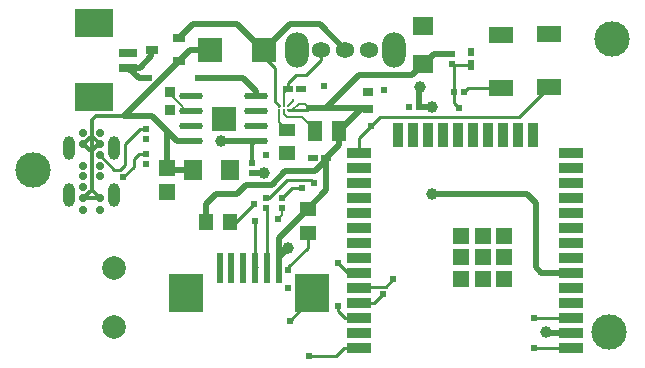
<source format=gtl>
G04 Layer: TopLayer*
G04 EasyEDA v6.5.38, 2023-12-02 23:03:57*
G04 3574156a907d4d7c87788ecda130693a,c7ad1a84f3dd4ba2a6b1e1313e4bac77,10*
G04 Gerber Generator version 0.2*
G04 Scale: 100 percent, Rotated: No, Reflected: No *
G04 Dimensions in millimeters *
G04 leading zeros omitted , absolute positions ,4 integer and 5 decimal *
%FSLAX45Y45*%
%MOMM*%

%AMMACRO1*21,1,$1,$2,0,0,$3*%
%ADD10C,0.5000*%
%ADD11C,0.2030*%
%ADD12C,0.2540*%
%ADD13C,0.4700*%
%ADD14C,0.5080*%
%ADD15C,0.3050*%
%ADD16C,0.3560*%
%ADD17R,2.1000X0.9500*%
%ADD18R,0.9500X2.1000*%
%ADD19R,1.3300X1.3300*%
%ADD20R,1.1600X1.4500*%
%ADD21R,1.4500X1.1600*%
%ADD22MACRO1,0.54X0.7901X-90.0000*%
%ADD23MACRO1,0.54X0.7901X90.0000*%
%ADD24MACRO1,0.54X0.7901X0.0000*%
%ADD25R,0.5400X0.7901*%
%ADD26MACRO1,1.728X1.485X0.0000*%
%ADD27R,1.7280X1.4850*%
%ADD28R,0.9000X0.8000*%
%ADD29MACRO1,1.728X1.485X-90.0000*%
%ADD30MACRO1,1.35X1.41X0.0000*%
%ADD31R,1.3500X1.4100*%
%ADD32R,1.6000X0.8000*%
%ADD33R,3.3000X2.4000*%
%ADD34R,2.0000X2.0000*%
%ADD35R,0.5000X2.5000*%
%ADD36R,3.0000X3.2000*%
%ADD37R,1.2000X1.8000*%
%ADD38R,1.0000X0.8000*%
%ADD39MACRO1,1.377X1.1325X0.0000*%
%ADD40R,1.3770X1.1325*%
%ADD41MACRO1,0.54X0.5656X-90.0000*%
%ADD42MACRO1,0.54X0.5656X0.0000*%
%ADD43R,0.5400X0.5657*%
%ADD44MACRO1,0.54X0.5656X90.0000*%
%ADD45MACRO1,0.864X0.8065X0.0000*%
%ADD46R,0.8640X0.8065*%
%ADD47R,2.0000X1.3500*%
%ADD48O,2.0379944X0.5739892*%
%ADD49MACRO1,2X2X0.0000*%
%ADD50C,0.1850*%
%ADD51C,2.0000*%
%ADD52O,1.599946X1.2999720000000001*%
%ADD53O,1.9999959999999999X2.999994*%
%ADD54C,0.7000*%
%ADD55O,0.9999979999999999X1.9999959999999999*%
%ADD56C,3.0000*%
%ADD57C,0.6096*%
%ADD58C,1.0000*%
%ADD59C,0.6100*%
%ADD60C,0.0136*%

%LPD*%
D10*
X1041400Y869797D02*
G01*
X1034897Y876300D01*
X546100Y876300D01*
D11*
X290195Y856297D02*
G01*
X290195Y758926D01*
X355600Y693521D01*
D12*
X177800Y32918D02*
G01*
X188086Y22631D01*
X188086Y-479196D01*
D10*
X798499Y685800D02*
G01*
X982497Y869797D01*
X1041400Y869797D01*
D13*
X1511300Y1250442D02*
G01*
X1416558Y1155700D01*
X965200Y1155700D01*
X685800Y876300D01*
X661149Y876300D01*
D14*
X-660400Y685800D02*
G01*
X-571500Y596900D01*
X-454710Y596900D01*
D12*
X787400Y-800100D02*
G01*
X787400Y-838200D01*
X849452Y-900252D01*
X966901Y-900252D01*
X954272Y-912881D01*
X954272Y-914145D01*
D11*
X330200Y856234D02*
G01*
X330200Y825500D01*
X355600Y800100D01*
X482600Y800100D01*
X598424Y685800D01*
D10*
X2552700Y-1016000D02*
G01*
X2563952Y-1027252D01*
X2766923Y-1027252D01*
D15*
X-1295400Y514520D02*
G01*
X-1237010Y572909D01*
X-1225397Y572909D01*
D12*
X370204Y856297D02*
G01*
X526097Y856297D01*
X546100Y876300D01*
X533400Y-177800D02*
G01*
X533400Y-304800D01*
X368300Y-469900D01*
X368300Y-495300D01*
D11*
X-635000Y1015237D02*
G01*
X-622300Y990600D01*
X-546100Y914400D01*
X-495300Y850900D01*
X-454660Y850900D01*
X370204Y896302D02*
G01*
X406400Y932497D01*
X406400Y952500D01*
D12*
X381000Y-927100D02*
G01*
X573100Y-734999D01*
X573100Y-689203D01*
X546100Y-1219200D02*
G01*
X774700Y-1219200D01*
X839647Y-1154252D01*
X966901Y-1154252D01*
X2451100Y-1155700D02*
G01*
X2452547Y-1154252D01*
X2766923Y-1154252D01*
X290195Y896302D02*
G01*
X254000Y932497D01*
X254000Y1219200D01*
X166497Y1306703D01*
X166497Y1371600D01*
D11*
X370204Y856297D02*
G01*
X399097Y856297D01*
X457200Y914400D01*
X508000Y914400D01*
X546100Y876300D01*
D10*
X1587500Y152400D02*
G01*
X2387600Y152400D01*
X2463800Y76200D01*
X2463800Y-469900D01*
X2513152Y-519252D01*
X2766923Y-519252D01*
X1478381Y889000D02*
G01*
X1587500Y889000D01*
D12*
X1066800Y723900D02*
G01*
X1143000Y800100D01*
X2324100Y800100D01*
X2578100Y1054100D01*
X2578100Y1057706D01*
X2451100Y-901700D02*
G01*
X2452547Y-900252D01*
X2766923Y-900252D01*
X1772818Y1016000D02*
G01*
X1772818Y919581D01*
X1816100Y876300D01*
X1066800Y723900D02*
G01*
X966901Y624001D01*
X966901Y496747D01*
D10*
X1485900Y1054100D02*
G01*
X1478381Y1046581D01*
X1478381Y889000D01*
X63500Y325018D02*
G01*
X68681Y330200D01*
X165100Y330200D01*
D12*
X1859381Y1016000D02*
G01*
X1888388Y1045006D01*
X2171700Y1045006D01*
X1752600Y1252118D02*
G01*
X1772818Y1231900D01*
X1772818Y1016000D01*
X1752600Y1252118D02*
G01*
X1763826Y1240891D01*
X1917700Y1240891D01*
D10*
X1511300Y1250442D02*
G01*
X1599539Y1338681D01*
X1752600Y1338681D01*
X-330200Y-88900D02*
G01*
X-330200Y63500D01*
X-241300Y152400D01*
X-63500Y152400D01*
X12700Y228600D01*
X228600Y228600D01*
X342900Y342900D01*
X596900Y342900D01*
X689508Y435508D01*
X689508Y457200D01*
D12*
X1257300Y-571500D02*
G01*
X1193800Y-635000D01*
X978154Y-635000D01*
X966901Y-646252D01*
X177800Y119481D02*
G01*
X208381Y119481D01*
X317500Y228600D01*
X355600Y266700D01*
X381000Y266700D01*
X558800Y266700D01*
X584200Y241300D01*
X76200Y63500D02*
G01*
X-76200Y-88900D01*
X-127000Y-88900D01*
D10*
X368300Y-304800D02*
G01*
X288081Y-385018D01*
X288081Y-479196D01*
D12*
X88087Y-479196D02*
G01*
X88900Y-478383D01*
X88900Y-76200D01*
X88087Y-479196D02*
G01*
X101600Y-465683D01*
X1168400Y-698500D02*
G01*
X1093647Y-773252D01*
X966901Y-773252D01*
X317500Y119481D02*
G01*
X401218Y203200D01*
X482600Y203200D01*
D10*
X689508Y457200D02*
G01*
X798499Y566191D01*
X798499Y685800D01*
X689508Y457200D02*
G01*
X689508Y181508D01*
X533400Y25400D01*
X533400Y25400D02*
G01*
X288086Y-219913D01*
X288086Y-479196D01*
D12*
X650900Y1371600D02*
G01*
X650900Y1285900D01*
X520700Y1155700D01*
X431800Y1155700D01*
X364591Y1088491D01*
X364591Y1041400D01*
D10*
X166497Y1371600D02*
G01*
X382397Y1587500D01*
X635660Y1587500D01*
X851560Y1371600D01*
D12*
X787400Y-431800D02*
G01*
X874852Y-519252D01*
X966901Y-519252D01*
D10*
X-558104Y1276609D02*
G01*
X-463113Y1371600D01*
X-293496Y1371600D01*
X-558104Y1466601D02*
G01*
X-437205Y1587500D01*
X-63500Y1587500D01*
X152400Y1371600D01*
X166497Y1371600D01*
D12*
X-838200Y703579D02*
G01*
X-883920Y703579D01*
X-1016000Y571500D01*
X-1016000Y393700D01*
X-1054100Y355600D01*
X-1103109Y355600D01*
X-1225397Y477888D01*
X-1028700Y292100D02*
G01*
X-939800Y381000D01*
X-939800Y444500D01*
X-896518Y487781D01*
X-838200Y487781D01*
D10*
X99110Y596900D02*
G01*
X-203200Y596900D01*
X-393700Y1130300D02*
G01*
X-12700Y1130300D01*
X99110Y1018489D01*
X99110Y977900D01*
X-985304Y1220185D02*
G01*
X-895418Y1130300D01*
X-812800Y1130300D01*
D15*
X-1257300Y812800D02*
G01*
X-1021842Y812800D01*
D14*
X-660405Y685794D02*
G01*
X-660405Y369694D01*
X-1021902Y812794D02*
G01*
X-787400Y812800D01*
X-660400Y685800D01*
X-787405Y812794D01*
X-1021902Y812794D02*
G01*
X-558111Y1276586D01*
X-660400Y369696D02*
G01*
X-646303Y355600D01*
X-438657Y355600D01*
D15*
X99110Y596900D02*
G01*
X63500Y561289D01*
X63500Y411581D01*
X-1365402Y112890D02*
G01*
X-1295400Y182892D01*
X-1225397Y112890D02*
G01*
X-1295400Y182892D01*
X-1295400Y642912D01*
X-1365402Y572909D02*
G01*
X-1295400Y502907D01*
X-1295400Y454380D01*
X-1365402Y572909D02*
G01*
X-1295400Y642912D01*
X-1225397Y572909D02*
G01*
X-1295400Y642912D01*
X-1295400Y774700D01*
X-1257300Y812800D01*
X-1244307Y812800D01*
D14*
X-985265Y1220215D02*
G01*
X-889000Y1219200D01*
X-788162Y1320037D01*
X-788162Y1371600D01*
D16*
X-1365402Y112890D02*
G01*
X-1225397Y112890D01*
D11*
X317500Y32918D02*
G01*
X317500Y-25400D01*
X279400Y-63500D01*
X364591Y1041400D02*
G01*
X330200Y1007008D01*
X330200Y896302D01*
D17*
G01*
X2766898Y-1154252D03*
G01*
X2766898Y-1027252D03*
G01*
X2766898Y-900252D03*
G01*
X2766898Y-773252D03*
G01*
X2766898Y-646252D03*
G01*
X2766898Y-519252D03*
G01*
X2766898Y-392252D03*
G01*
X2766898Y-265252D03*
G01*
X2766898Y-138252D03*
G01*
X2766898Y-11252D03*
G01*
X2766898Y115747D03*
G01*
X2766898Y242747D03*
G01*
X2766898Y369747D03*
G01*
X2766898Y496747D03*
D18*
G01*
X2438400Y646252D03*
G01*
X2311400Y646252D03*
G01*
X2184400Y646252D03*
G01*
X2057400Y646252D03*
G01*
X1930400Y646252D03*
G01*
X1803400Y646252D03*
G01*
X1676400Y646252D03*
G01*
X1549400Y646252D03*
G01*
X1422400Y646252D03*
G01*
X1295400Y646252D03*
D17*
G01*
X966901Y496747D03*
G01*
X966901Y369747D03*
G01*
X966901Y242747D03*
G01*
X966901Y115747D03*
G01*
X966901Y-11252D03*
G01*
X966901Y-138252D03*
G01*
X966901Y-265252D03*
G01*
X966901Y-392252D03*
G01*
X966901Y-519252D03*
G01*
X966901Y-646252D03*
G01*
X966901Y-773252D03*
G01*
X966901Y-900252D03*
G01*
X966901Y-1027252D03*
G01*
X966901Y-1154252D03*
D19*
G01*
X2016886Y-385851D03*
G01*
X2200376Y-385826D03*
G01*
X1833372Y-385826D03*
G01*
X1833372Y-569340D03*
G01*
X2016886Y-569340D03*
G01*
X2200376Y-569340D03*
G01*
X2200376Y-202336D03*
G01*
X2016886Y-202336D03*
G01*
X1833372Y-202336D03*
D20*
G01*
X-127000Y-88900D03*
G01*
X-330200Y-88900D03*
D21*
G01*
X533400Y-177800D03*
G01*
X533400Y25400D03*
D22*
G01*
X364594Y1041400D03*
G01*
X473605Y1041400D03*
D23*
G01*
X689505Y457200D03*
G01*
X580494Y457200D03*
D24*
G01*
X1917700Y1240894D03*
D25*
G01*
X1917700Y1349908D03*
D26*
G01*
X1511300Y1250449D03*
D27*
G01*
X1511300Y1568957D03*
D28*
G01*
X1041400Y869797D03*
G01*
X1041400Y1009802D03*
D29*
G01*
X-438650Y355600D03*
G01*
X-120149Y355600D03*
D30*
G01*
X-660400Y369699D03*
D31*
G01*
X-660400Y163703D03*
D32*
G01*
X-985316Y1220190D03*
G01*
X-985316Y1345158D03*
D33*
G01*
X-1275283Y1595196D03*
G01*
X-1275283Y970203D03*
D34*
G01*
X-293496Y1371600D03*
G01*
X166497Y1371600D03*
D35*
G01*
X-211912Y-479196D03*
G01*
X-111912Y-479196D03*
G01*
X-11912Y-479196D03*
G01*
X88112Y-479196D03*
G01*
X188112Y-479196D03*
G01*
X288086Y-479196D03*
D36*
G01*
X573100Y-689203D03*
G01*
X-496900Y-689203D03*
D37*
G01*
X598500Y685800D03*
G01*
X798499Y685800D03*
D38*
G01*
X-558088Y1466595D03*
G01*
X-788111Y1371600D03*
G01*
X-558088Y1276604D03*
D39*
G01*
X355600Y500273D03*
D40*
G01*
X355600Y693521D03*
D41*
G01*
X1772817Y1016000D03*
G01*
X1859382Y1016000D03*
D42*
G01*
X1752600Y1338682D03*
D43*
G01*
X1752600Y1252118D03*
D42*
G01*
X177800Y32917D03*
D43*
G01*
X177800Y119481D03*
D42*
G01*
X317500Y32917D03*
D43*
G01*
X317500Y119481D03*
D44*
G01*
X1478382Y889000D03*
G01*
X1391817Y889000D03*
D42*
G01*
X63500Y411582D03*
D43*
G01*
X63500Y325018D03*
D42*
G01*
X-838200Y617117D03*
D43*
G01*
X-838200Y703681D03*
D42*
G01*
X-838200Y401217D03*
D43*
G01*
X-838200Y487781D03*
D45*
G01*
X-635000Y1015124D03*
D46*
G01*
X-635000Y864463D03*
D47*
G01*
X2578100Y1057706D03*
G01*
X2578100Y1507693D03*
G01*
X2171700Y1494993D03*
G01*
X2171700Y1045006D03*
D48*
G01*
X-454710Y977900D03*
G01*
X-454710Y850900D03*
G01*
X-454710Y723900D03*
G01*
X-454710Y596900D03*
G01*
X99110Y977900D03*
G01*
X99110Y850900D03*
G01*
X99110Y723900D03*
G01*
X99110Y596900D03*
D49*
G01*
X-177800Y787400D03*
D50*
G01*
X290195Y856284D03*
G01*
X290195Y896289D03*
G01*
X330200Y856284D03*
G01*
X330200Y896289D03*
G01*
X370204Y856284D03*
G01*
X370204Y896289D03*
D51*
G01*
X-1104900Y-974344D03*
G01*
X-1104900Y-473455D03*
D52*
G01*
X1050899Y1371600D03*
G01*
X650900Y1371600D03*
G01*
X851560Y1371600D03*
D53*
G01*
X440893Y1371600D03*
G01*
X1260906Y1371600D03*
D54*
G01*
X-1365402Y667893D03*
G01*
X-1365402Y572896D03*
G01*
X-1365402Y387883D03*
G01*
X-1365402Y297891D03*
G01*
X-1365402Y207873D03*
G01*
X-1365402Y112877D03*
G01*
X-1365402Y17881D03*
G01*
X-1225397Y17881D03*
G01*
X-1225397Y112877D03*
G01*
X-1225397Y297891D03*
G01*
X-1225397Y387883D03*
G01*
X-1225397Y477875D03*
G01*
X-1225397Y572896D03*
G01*
X-1225397Y667893D03*
D55*
G01*
X-1102410Y142900D03*
G01*
X-1102410Y542899D03*
G01*
X-1488389Y142900D03*
G01*
X-1488389Y542899D03*
D56*
G01*
X-1790700Y355600D03*
G01*
X3111500Y1460500D03*
G01*
X3086100Y-1016000D03*
D57*
G01*
X-127812Y737387D03*
G01*
X-127812Y837387D03*
G01*
X-227812Y837387D03*
G01*
X-227812Y737387D03*
G01*
X279400Y-63500D03*
G01*
X-393700Y1130300D03*
G01*
X-812800Y1130300D03*
D58*
G01*
X-203200Y596900D03*
D59*
G01*
X-1028700Y292100D03*
G01*
X787400Y-431800D03*
G01*
X787400Y-800100D03*
G01*
X482600Y203200D03*
G01*
X1168400Y-698500D03*
G01*
X88900Y-76200D03*
D58*
G01*
X368300Y-304800D03*
D59*
G01*
X76200Y63500D03*
G01*
X584200Y241300D03*
G01*
X1257300Y-571500D03*
D58*
G01*
X165100Y330200D03*
G01*
X1485900Y1054100D03*
D59*
G01*
X1066800Y723900D03*
G01*
X1816100Y876300D03*
G01*
X2451100Y-901700D03*
D58*
G01*
X1587500Y889000D03*
G01*
X1587500Y152400D03*
D59*
G01*
X2451100Y-1155700D03*
G01*
X546100Y-1219200D03*
G01*
X381000Y-927100D03*
G01*
X368300Y-647700D03*
G01*
X177800Y482600D03*
G01*
X368300Y-495300D03*
D58*
G01*
X2552700Y-1016000D03*
D59*
G01*
X1181100Y1028700D03*
G01*
X673100Y1059510D03*
M02*

</source>
